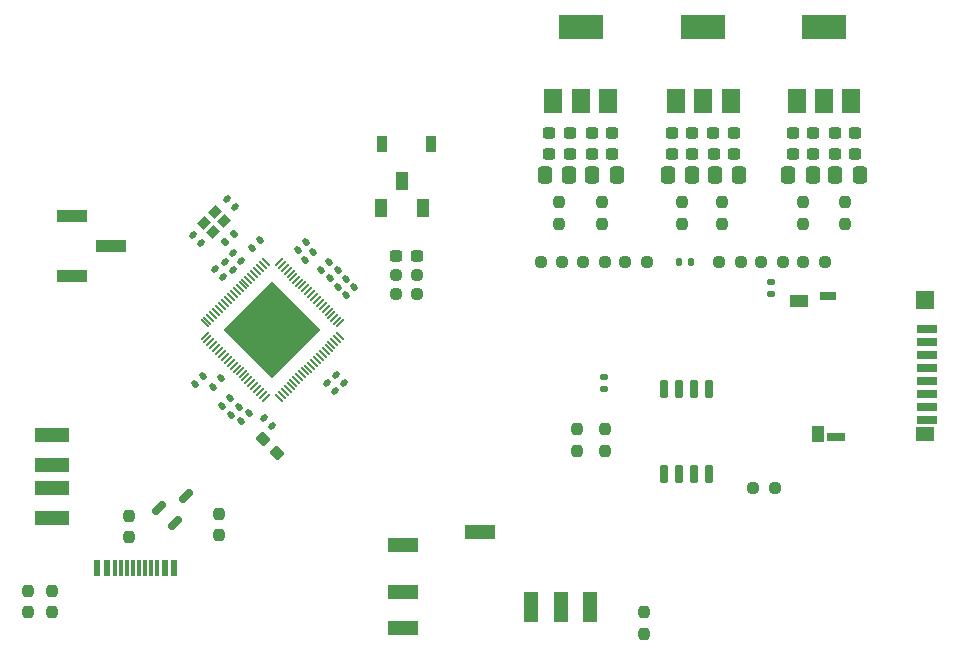
<source format=gbr>
%TF.GenerationSoftware,KiCad,Pcbnew,7.0.1*%
%TF.CreationDate,2024-02-21T01:36:57-05:00*%
%TF.ProjectId,12-30-23-Teacup.kicad_pcb-revC,31322d33-302d-4323-932d-546561637570,B*%
%TF.SameCoordinates,Original*%
%TF.FileFunction,Paste,Top*%
%TF.FilePolarity,Positive*%
%FSLAX46Y46*%
G04 Gerber Fmt 4.6, Leading zero omitted, Abs format (unit mm)*
G04 Created by KiCad (PCBNEW 7.0.1) date 2024-02-21 01:36:57*
%MOMM*%
%LPD*%
G01*
G04 APERTURE LIST*
G04 Aperture macros list*
%AMRoundRect*
0 Rectangle with rounded corners*
0 $1 Rounding radius*
0 $2 $3 $4 $5 $6 $7 $8 $9 X,Y pos of 4 corners*
0 Add a 4 corners polygon primitive as box body*
4,1,4,$2,$3,$4,$5,$6,$7,$8,$9,$2,$3,0*
0 Add four circle primitives for the rounded corners*
1,1,$1+$1,$2,$3*
1,1,$1+$1,$4,$5*
1,1,$1+$1,$6,$7*
1,1,$1+$1,$8,$9*
0 Add four rect primitives between the rounded corners*
20,1,$1+$1,$2,$3,$4,$5,0*
20,1,$1+$1,$4,$5,$6,$7,0*
20,1,$1+$1,$6,$7,$8,$9,0*
20,1,$1+$1,$8,$9,$2,$3,0*%
%AMRotRect*
0 Rectangle, with rotation*
0 The origin of the aperture is its center*
0 $1 length*
0 $2 width*
0 $3 Rotation angle, in degrees counterclockwise*
0 Add horizontal line*
21,1,$1,$2,0,0,$3*%
G04 Aperture macros list end*
%ADD10RoundRect,0.237500X0.300000X0.237500X-0.300000X0.237500X-0.300000X-0.237500X0.300000X-0.237500X0*%
%ADD11RoundRect,0.237500X-0.300000X-0.237500X0.300000X-0.237500X0.300000X0.237500X-0.300000X0.237500X0*%
%ADD12R,1.250000X2.500000*%
%ADD13RoundRect,0.135000X-0.185000X0.135000X-0.185000X-0.135000X0.185000X-0.135000X0.185000X0.135000X0*%
%ADD14RoundRect,0.140000X-0.219203X-0.021213X-0.021213X-0.219203X0.219203X0.021213X0.021213X0.219203X0*%
%ADD15R,1.500000X2.000000*%
%ADD16R,3.800000X2.000000*%
%ADD17RoundRect,0.250000X-0.337500X-0.475000X0.337500X-0.475000X0.337500X0.475000X-0.337500X0.475000X0*%
%ADD18RoundRect,0.150000X0.150000X-0.650000X0.150000X0.650000X-0.150000X0.650000X-0.150000X-0.650000X0*%
%ADD19R,1.000000X1.600000*%
%ADD20RoundRect,0.140000X0.219203X0.021213X0.021213X0.219203X-0.219203X-0.021213X-0.021213X-0.219203X0*%
%ADD21RoundRect,0.237500X0.237500X-0.250000X0.237500X0.250000X-0.237500X0.250000X-0.237500X-0.250000X0*%
%ADD22RoundRect,0.250000X0.337500X0.475000X-0.337500X0.475000X-0.337500X-0.475000X0.337500X-0.475000X0*%
%ADD23RoundRect,0.237500X-0.250000X-0.237500X0.250000X-0.237500X0.250000X0.237500X-0.250000X0.237500X0*%
%ADD24RoundRect,0.140000X0.021213X-0.219203X0.219203X-0.021213X-0.021213X0.219203X-0.219203X0.021213X0*%
%ADD25R,0.950000X1.400000*%
%ADD26R,1.750000X0.700000*%
%ADD27R,1.000000X1.450000*%
%ADD28R,1.550000X1.000000*%
%ADD29R,1.500000X0.800000*%
%ADD30R,1.500000X1.300000*%
%ADD31R,1.500000X1.500000*%
%ADD32R,1.400000X0.800000*%
%ADD33R,0.600000X1.450000*%
%ADD34R,0.300000X1.450000*%
%ADD35R,2.510000X1.000000*%
%ADD36R,2.500000X1.200000*%
%ADD37RoundRect,0.150000X-0.256326X-0.468458X0.468458X0.256326X0.256326X0.468458X-0.468458X-0.256326X0*%
%ADD38RoundRect,0.237500X0.250000X0.237500X-0.250000X0.237500X-0.250000X-0.237500X0.250000X-0.237500X0*%
%ADD39RoundRect,0.140000X-0.021213X0.219203X-0.219203X0.021213X0.021213X-0.219203X0.219203X-0.021213X0*%
%ADD40RotRect,0.150000X0.850000X45.000000*%
%ADD41RotRect,0.150000X0.850000X315.000000*%
%ADD42RotRect,5.800000X5.800000X315.000000*%
%ADD43RoundRect,0.237500X-0.237500X0.250000X-0.237500X-0.250000X0.237500X-0.250000X0.237500X0.250000X0*%
%ADD44RoundRect,0.140000X0.170000X-0.140000X0.170000X0.140000X-0.170000X0.140000X-0.170000X-0.140000X0*%
%ADD45R,3.000000X1.250000*%
%ADD46RoundRect,0.237500X-0.380070X0.044194X0.044194X-0.380070X0.380070X-0.044194X-0.044194X0.380070X0*%
%ADD47RotRect,0.900000X0.800000X45.000000*%
%ADD48RoundRect,0.135000X0.035355X-0.226274X0.226274X-0.035355X-0.035355X0.226274X-0.226274X0.035355X0*%
%ADD49RoundRect,0.140000X-0.140000X-0.170000X0.140000X-0.170000X0.140000X0.170000X-0.140000X0.170000X0*%
G04 APERTURE END LIST*
D10*
%TO.C,C19*%
X202922500Y-73419999D03*
X201197500Y-73419999D03*
%TD*%
D11*
%TO.C,C2*%
X217737500Y-64800000D03*
X219462500Y-64800000D03*
%TD*%
D12*
%TO.C,SW2*%
X212600000Y-103150000D03*
X215100000Y-103150000D03*
X217600000Y-103150000D03*
%TD*%
D13*
%TO.C,R22*%
X232910000Y-75600000D03*
X232910000Y-76620000D03*
%TD*%
D14*
%TO.C,C20*%
X183951922Y-71693954D03*
X184630744Y-72372776D03*
%TD*%
D15*
%TO.C,U2*%
X224900000Y-60350000D03*
X227200000Y-60350000D03*
D16*
X227200000Y-54050000D03*
D15*
X229500000Y-60350000D03*
%TD*%
D17*
%TO.C,C1*%
X217762500Y-66600000D03*
X219837500Y-66600000D03*
%TD*%
D18*
%TO.C,U4*%
X223860000Y-91900000D03*
X225130000Y-91900000D03*
X226400000Y-91900000D03*
X227670000Y-91900000D03*
X227670000Y-84700000D03*
X226400000Y-84700000D03*
X225130000Y-84700000D03*
X223860000Y-84700000D03*
%TD*%
D19*
%TO.C,S1*%
X199925000Y-69375000D03*
X201675000Y-67075000D03*
X203425000Y-69375000D03*
%TD*%
D20*
%TO.C,C37*%
X186529411Y-75209411D03*
X185850589Y-74530589D03*
%TD*%
D21*
%TO.C,R2*%
X218600000Y-70712500D03*
X218600000Y-68887500D03*
%TD*%
%TO.C,R3*%
X215000000Y-70712500D03*
X215000000Y-68887500D03*
%TD*%
D22*
%TO.C,C16*%
X240437500Y-66600000D03*
X238362500Y-66600000D03*
%TD*%
D23*
%TO.C,R18*%
X220587500Y-73987500D03*
X222412500Y-73987500D03*
%TD*%
D14*
%TO.C,C21*%
X186855224Y-68612939D03*
X187534046Y-69291761D03*
%TD*%
%TO.C,C38*%
X196100589Y-83500589D03*
X196779411Y-84179411D03*
%TD*%
D23*
%TO.C,R17*%
X228537500Y-73987500D03*
X230362500Y-73987500D03*
%TD*%
D10*
%TO.C,C18*%
X240062500Y-63000000D03*
X238337500Y-63000000D03*
%TD*%
D21*
%TO.C,R8*%
X235600000Y-70712500D03*
X235600000Y-68887500D03*
%TD*%
D24*
%TO.C,C25*%
X188960589Y-72739411D03*
X189639411Y-72060589D03*
%TD*%
D25*
%TO.C,S2*%
X199950000Y-63975000D03*
X204100000Y-63975000D03*
%TD*%
D20*
%TO.C,C30*%
X188039411Y-73889411D03*
X187360589Y-73210589D03*
%TD*%
D23*
%TO.C,R15*%
X235662500Y-73987500D03*
X237487500Y-73987500D03*
%TD*%
D26*
%TO.C,J2*%
X246110000Y-79645000D03*
X246110000Y-80745000D03*
X246110000Y-81845000D03*
X246110000Y-82945000D03*
X246110000Y-84045000D03*
X246110000Y-85145000D03*
X246110000Y-86245000D03*
X246110000Y-87345000D03*
D27*
X236885000Y-88470000D03*
D28*
X235310000Y-77245000D03*
D29*
X238385000Y-88795000D03*
D30*
X245985000Y-88545000D03*
D31*
X245985000Y-77195000D03*
D32*
X237735000Y-76845000D03*
%TD*%
D33*
%TO.C,J1*%
X175892500Y-99822500D03*
X176692500Y-99822500D03*
D34*
X177892500Y-99822500D03*
X178892500Y-99822500D03*
X179392500Y-99822500D03*
X180392500Y-99822500D03*
D33*
X181592500Y-99822500D03*
X182392500Y-99822500D03*
X182392500Y-99822500D03*
X181592500Y-99822500D03*
D34*
X180892500Y-99822500D03*
X179892500Y-99822500D03*
X178392500Y-99822500D03*
X177392500Y-99822500D03*
D33*
X176692500Y-99822500D03*
X175892500Y-99822500D03*
%TD*%
D11*
%TO.C,C15*%
X234737500Y-63000000D03*
X236462500Y-63000000D03*
%TD*%
D35*
%TO.C,J15*%
X173745000Y-70085000D03*
X177055000Y-72625000D03*
X173745000Y-75165000D03*
%TD*%
D36*
%TO.C,J10*%
X201780000Y-101895000D03*
X201780000Y-104895000D03*
X208280000Y-96795000D03*
X201780000Y-97895000D03*
%TD*%
D10*
%TO.C,C5*%
X215862500Y-64800000D03*
X214137500Y-64800000D03*
%TD*%
D37*
%TO.C,D1*%
X181119581Y-94736917D03*
X182463083Y-96080419D03*
X183400000Y-93800000D03*
%TD*%
D10*
%TO.C,C12*%
X226262500Y-63000000D03*
X224537500Y-63000000D03*
%TD*%
D38*
%TO.C,R19*%
X218862500Y-73987500D03*
X217037500Y-73987500D03*
%TD*%
D39*
%TO.C,C43*%
X188689411Y-86760589D03*
X188010589Y-87439411D03*
%TD*%
%TO.C,C44*%
X184789411Y-83610589D03*
X184110589Y-84289411D03*
%TD*%
D40*
%TO.C,IC1*%
X190151992Y-73954757D03*
X189904505Y-74202245D03*
X189657017Y-74449732D03*
X189409530Y-74697220D03*
X189162043Y-74944707D03*
X188914555Y-75192194D03*
X188667068Y-75439682D03*
X188419581Y-75687169D03*
X188172093Y-75934656D03*
X187924606Y-76182144D03*
X187677119Y-76429631D03*
X187429631Y-76677119D03*
X187182144Y-76924606D03*
X186934656Y-77172093D03*
X186687169Y-77419581D03*
X186439682Y-77667068D03*
X186192194Y-77914555D03*
X185944707Y-78162043D03*
X185697220Y-78409530D03*
X185449732Y-78657017D03*
X185202245Y-78904505D03*
X184954757Y-79151992D03*
D41*
X184954757Y-80248008D03*
X185202245Y-80495495D03*
X185449732Y-80742983D03*
X185697220Y-80990470D03*
X185944707Y-81237957D03*
X186192194Y-81485445D03*
X186439682Y-81732932D03*
X186687169Y-81980419D03*
X186934656Y-82227907D03*
X187182144Y-82475394D03*
X187429631Y-82722881D03*
X187677119Y-82970369D03*
X187924606Y-83217856D03*
X188172093Y-83465344D03*
X188419581Y-83712831D03*
X188667068Y-83960318D03*
X188914555Y-84207806D03*
X189162043Y-84455293D03*
X189409530Y-84702780D03*
X189657017Y-84950268D03*
X189904505Y-85197755D03*
X190151992Y-85445243D03*
D40*
X191248008Y-85445243D03*
X191495495Y-85197755D03*
X191742983Y-84950268D03*
X191990470Y-84702780D03*
X192237957Y-84455293D03*
X192485445Y-84207806D03*
X192732932Y-83960318D03*
X192980419Y-83712831D03*
X193227907Y-83465344D03*
X193475394Y-83217856D03*
X193722881Y-82970369D03*
X193970369Y-82722881D03*
X194217856Y-82475394D03*
X194465344Y-82227907D03*
X194712831Y-81980419D03*
X194960318Y-81732932D03*
X195207806Y-81485445D03*
X195455293Y-81237957D03*
X195702780Y-80990470D03*
X195950268Y-80742983D03*
X196197755Y-80495495D03*
X196445243Y-80248008D03*
D41*
X196445243Y-79151992D03*
X196197755Y-78904505D03*
X195950268Y-78657017D03*
X195702780Y-78409530D03*
X195455293Y-78162043D03*
X195207806Y-77914555D03*
X194960318Y-77667068D03*
X194712831Y-77419581D03*
X194465344Y-77172093D03*
X194217856Y-76924606D03*
X193970369Y-76677119D03*
X193722881Y-76429631D03*
X193475394Y-76182144D03*
X193227907Y-75934656D03*
X192980419Y-75687169D03*
X192732932Y-75439682D03*
X192485445Y-75192194D03*
X192237957Y-74944707D03*
X191990470Y-74697220D03*
X191742983Y-74449732D03*
X191495495Y-74202245D03*
X191248008Y-73954757D03*
D42*
X190700000Y-79700000D03*
%TD*%
D43*
%TO.C,R13*%
X218900000Y-88087500D03*
X218900000Y-89912500D03*
%TD*%
D38*
%TO.C,R16*%
X233912500Y-73987500D03*
X232087500Y-73987500D03*
%TD*%
D21*
%TO.C,R1*%
X170050000Y-103622500D03*
X170050000Y-101797500D03*
%TD*%
D15*
%TO.C,U3*%
X235090000Y-60350000D03*
X237390000Y-60350000D03*
D16*
X237390000Y-54050000D03*
D15*
X239690000Y-60350000D03*
%TD*%
D38*
%TO.C,R11*%
X202972500Y-75020000D03*
X201147500Y-75020000D03*
%TD*%
D17*
%TO.C,C13*%
X234362500Y-66600000D03*
X236437500Y-66600000D03*
%TD*%
D39*
%TO.C,C39*%
X187109411Y-85450589D03*
X186430589Y-86129411D03*
%TD*%
D15*
%TO.C,U1*%
X214500000Y-60350000D03*
X216800000Y-60350000D03*
D16*
X216800000Y-54050000D03*
D15*
X219100000Y-60350000D03*
%TD*%
D11*
%TO.C,C9*%
X228037500Y-63000000D03*
X229762500Y-63000000D03*
%TD*%
D44*
%TO.C,C23*%
X218800000Y-84680000D03*
X218800000Y-83720000D03*
%TD*%
D20*
%TO.C,C34*%
X187339411Y-74589411D03*
X186660589Y-73910589D03*
%TD*%
D45*
%TO.C,J3*%
X172080000Y-88600000D03*
X172080000Y-91100000D03*
X172080000Y-93100000D03*
X172080000Y-95600000D03*
%TD*%
D10*
%TO.C,C11*%
X226262500Y-64800000D03*
X224537500Y-64800000D03*
%TD*%
D21*
%TO.C,R9*%
X239200000Y-70712500D03*
X239200000Y-68887500D03*
%TD*%
D24*
%TO.C,C46*%
X196960589Y-76739411D03*
X197639411Y-76060589D03*
%TD*%
%TO.C,C45*%
X193460589Y-73739411D03*
X194139411Y-73060589D03*
%TD*%
D11*
%TO.C,C8*%
X228075000Y-64800000D03*
X229800000Y-64800000D03*
%TD*%
D46*
%TO.C,C22*%
X189890120Y-88940120D03*
X191109880Y-90159880D03*
%TD*%
D10*
%TO.C,C6*%
X215862500Y-63000000D03*
X214137500Y-63000000D03*
%TD*%
D21*
%TO.C,R25*%
X172000000Y-103622500D03*
X172000000Y-101797500D03*
%TD*%
D38*
%TO.C,R14*%
X233237500Y-93100000D03*
X231412500Y-93100000D03*
%TD*%
D10*
%TO.C,C17*%
X240062500Y-64800000D03*
X238337500Y-64800000D03*
%TD*%
D14*
%TO.C,C42*%
X195350589Y-84200589D03*
X196029411Y-84879411D03*
%TD*%
D21*
%TO.C,R7*%
X225400000Y-70712500D03*
X225400000Y-68887500D03*
%TD*%
D24*
%TO.C,C41*%
X195540589Y-75339411D03*
X196219411Y-74660589D03*
%TD*%
%TO.C,C26*%
X196250589Y-76029411D03*
X196929411Y-75350589D03*
%TD*%
D39*
%TO.C,C32*%
X186339411Y-83810589D03*
X185660589Y-84489411D03*
%TD*%
D21*
%TO.C,R12*%
X216500000Y-89912500D03*
X216500000Y-88087500D03*
%TD*%
D14*
%TO.C,C31*%
X190010589Y-87160589D03*
X190689411Y-87839411D03*
%TD*%
D38*
%TO.C,R10*%
X202972500Y-76619999D03*
X201147500Y-76619999D03*
%TD*%
D17*
%TO.C,C7*%
X228162500Y-66600000D03*
X230237500Y-66600000D03*
%TD*%
D21*
%TO.C,R5*%
X186170000Y-97072500D03*
X186170000Y-95247500D03*
%TD*%
D39*
%TO.C,C28*%
X187849411Y-86210589D03*
X187170589Y-86889411D03*
%TD*%
D47*
%TO.C,Y1*%
X185652514Y-71450000D03*
X186642463Y-70460051D03*
X185864646Y-69682234D03*
X184874697Y-70672183D03*
%TD*%
D24*
%TO.C,C36*%
X192860589Y-72939411D03*
X193539411Y-72260589D03*
%TD*%
D21*
%TO.C,R6*%
X228800000Y-70712500D03*
X228800000Y-68887500D03*
%TD*%
D11*
%TO.C,C14*%
X234737500Y-64800000D03*
X236462500Y-64800000D03*
%TD*%
D48*
%TO.C,R21*%
X186730852Y-72280852D03*
X187452100Y-71559604D03*
%TD*%
D11*
%TO.C,C3*%
X217737500Y-63000000D03*
X219462500Y-63000000D03*
%TD*%
D23*
%TO.C,R20*%
X213437500Y-73987500D03*
X215262500Y-73987500D03*
%TD*%
D43*
%TO.C,R4*%
X178530000Y-95437500D03*
X178530000Y-97262500D03*
%TD*%
D24*
%TO.C,C35*%
X194840589Y-74619411D03*
X195519411Y-73940589D03*
%TD*%
D22*
%TO.C,C10*%
X226237500Y-66600000D03*
X224162500Y-66600000D03*
%TD*%
D49*
%TO.C,C24*%
X225145000Y-73987500D03*
X226105000Y-73987500D03*
%TD*%
D21*
%TO.C,R24*%
X222200000Y-105412500D03*
X222200000Y-103587500D03*
%TD*%
D22*
%TO.C,C4*%
X215837500Y-66600000D03*
X213762500Y-66600000D03*
%TD*%
M02*

</source>
